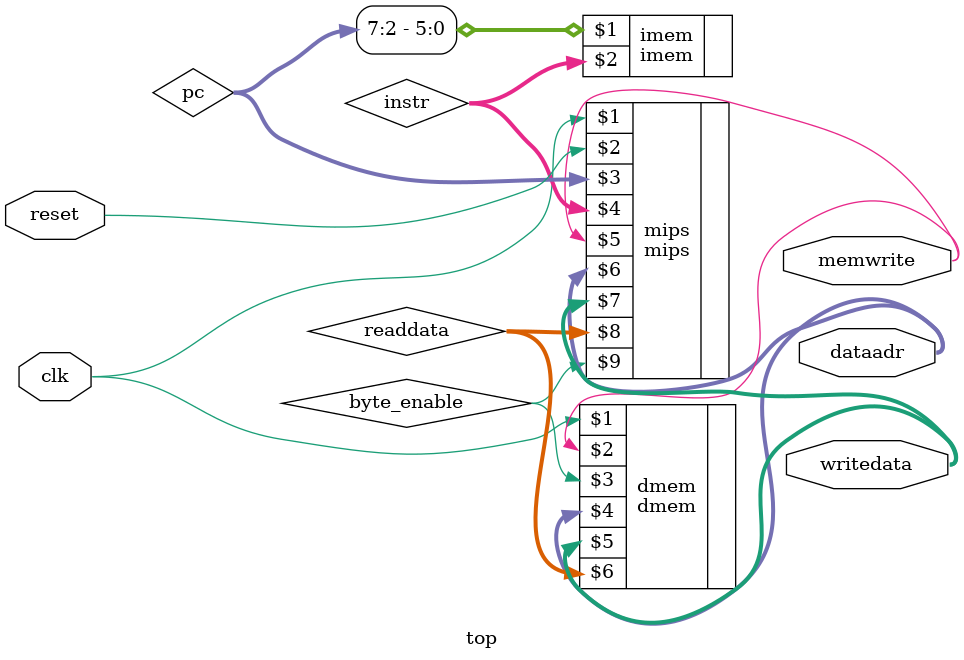
<source format=sv>
`timescale 1ns / 1ps
module top(input  logic        clk, reset, 
           output logic [31:0] writedata, dataadr, 
           output logic        memwrite);

  logic [31:0] pc, instr, readdata;
  logic        byte_enable;
  
  // instantiate processor and memories
  mips mips(clk, reset, pc, instr, memwrite, dataadr, 
            writedata, readdata, byte_enable);
  imem imem(pc[7:2], instr);
  dmem dmem(clk, memwrite, byte_enable, dataadr, writedata, readdata);
endmodule
</source>
